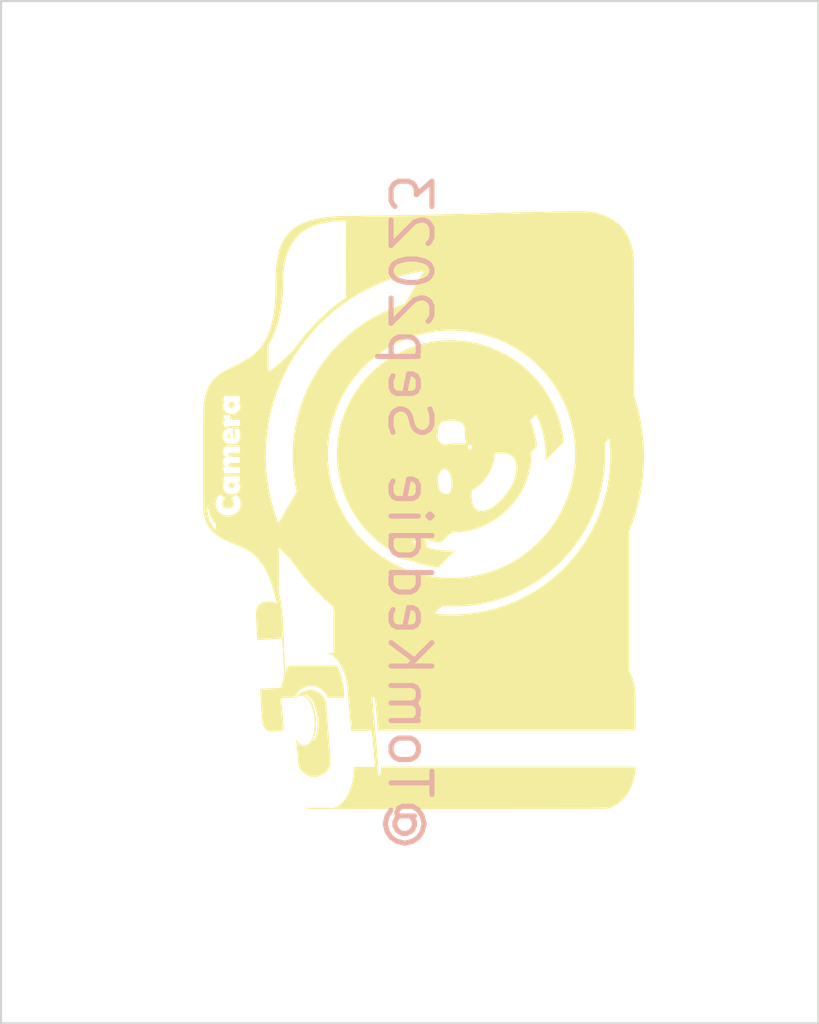
<source format=kicad_pcb>
(kicad_pcb (version 20221018) (generator pcbnew)
  (layers (0 "F.Cu" signal) (31 "B.Cu" signal) (34 "B.Paste" user) (35 "F.Paste" user) (36 "B.SilkS" user "B.Silkscreen") (37 "F.SilkS" user "F.Silkscreen") (38 "B.Mask" user) (39 "F.Mask" user) (44 "Edge.Cuts" user))
  (net 0 "")
  (footprint "webcam-shim:camera1" (layer "F.Cu") (at 120 75 90)
    (fp_text reference "G***" (at 0 0 90) (layer "F.SilkS") (effects (font (size 1.5 1.5) (thickness 0.3))))
    (fp_text value "LOGO" hide)
  )
  (gr_rect (start 100 50) (end 140 100) (stroke (width 0.1)) (fill none) (layer "Edge.Cuts"))
  (gr_text "@TomKeddie Sep2023" (at 120 75 270) (layer "B.SilkS") (effects (font (size 2 2) (thickness 0.25)) (justify mirror)))
)
</source>
